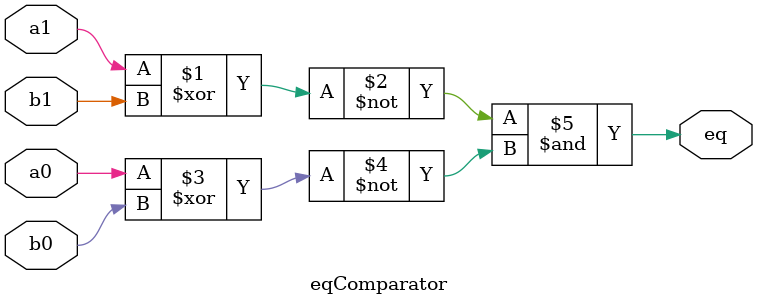
<source format=sv>
module eqComparator (
    input logic a0, a1, b0, b1,
    output logic eq
);
    assign eq = ~(a1 ^ b1) & ~(a0 ^ b0); // Se entrambi i bit sono uguali, eq = 1
endmodule

</source>
